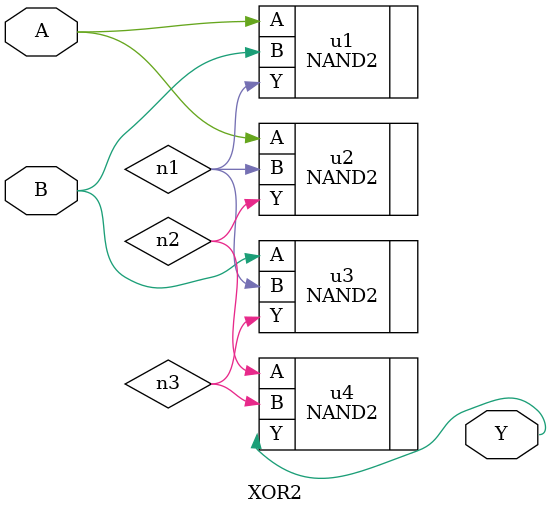
<source format=v>
module XOR2(input A, input B, output Y);
    wire n1, n2, n3;

    // Implement XOR using 4 NAND2 instances
    // n1 = A NAND B
    NAND2 u1 (.A(A), .B(B), .Y(n1));
    // n2 = A NAND n1
    NAND2 u2 (.A(A), .B(n1), .Y(n2));
    // n3 = B NAND n1
    NAND2 u3 (.A(B), .B(n1), .Y(n3));
    // Y = n2 NAND n3
    NAND2 u4 (.A(n2), .B(n3), .Y(Y));

endmodule

</source>
